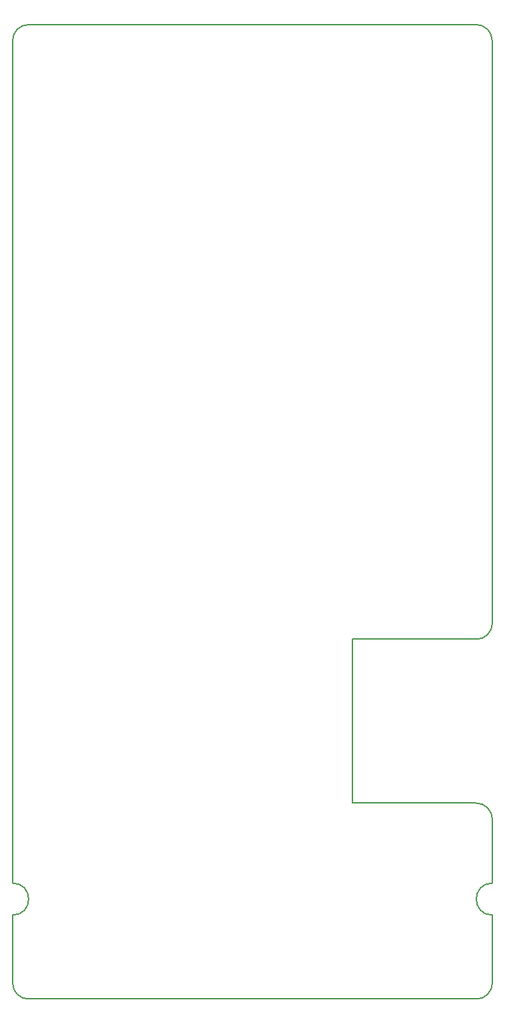
<source format=gbr>
G04 #@! TF.GenerationSoftware,KiCad,Pcbnew,(5.0.0)*
G04 #@! TF.CreationDate,2019-03-04T20:58:40-06:00*
G04 #@! TF.ProjectId,LightingBoard_Hardware,4C69676874696E67426F6172645F4861,rev?*
G04 #@! TF.SameCoordinates,Original*
G04 #@! TF.FileFunction,Profile,NP*
%FSLAX46Y46*%
G04 Gerber Fmt 4.6, Leading zero omitted, Abs format (unit mm)*
G04 Created by KiCad (PCBNEW (5.0.0)) date 03/04/19 20:58:40*
%MOMM*%
%LPD*%
G01*
G04 APERTURE LIST*
%ADD10C,0.150000*%
G04 APERTURE END LIST*
D10*
X101498400Y-134239000D02*
X101498400Y-27178000D01*
X162458400Y-101219000D02*
X162458400Y-27178000D01*
X160426400Y-25132000D02*
X103530400Y-25132000D01*
X160401000Y-25132000D02*
G75*
G02X162433000Y-27164000I0J-2032000D01*
G01*
X101498400Y-27164000D02*
G75*
G02X103530400Y-25132000I2032000J0D01*
G01*
X101498400Y-146939000D02*
X101498400Y-138303000D01*
X144678400Y-103251000D02*
X160426400Y-103251000D01*
X144678400Y-124079000D02*
X144678400Y-103251000D01*
X160426400Y-124079000D02*
X144678400Y-124079000D01*
X162458400Y-134239000D02*
X162458400Y-126111000D01*
X162458400Y-146939000D02*
X162458400Y-138303000D01*
X103530400Y-148971000D02*
X160426400Y-148971000D01*
X162458400Y-101219000D02*
G75*
G02X160426400Y-103251000I-2032000J0D01*
G01*
X160426400Y-124079000D02*
G75*
G02X162458400Y-126111000I0J-2032000D01*
G01*
X162458400Y-138303000D02*
G75*
G02X162458400Y-134239000I0J2032000D01*
G01*
X162458400Y-146939000D02*
G75*
G02X160426400Y-148971000I-2032000J0D01*
G01*
X103530400Y-148971000D02*
G75*
G02X101498400Y-146939000I0J2032000D01*
G01*
X101498400Y-134239000D02*
G75*
G02X101498400Y-138303000I0J-2032000D01*
G01*
M02*

</source>
